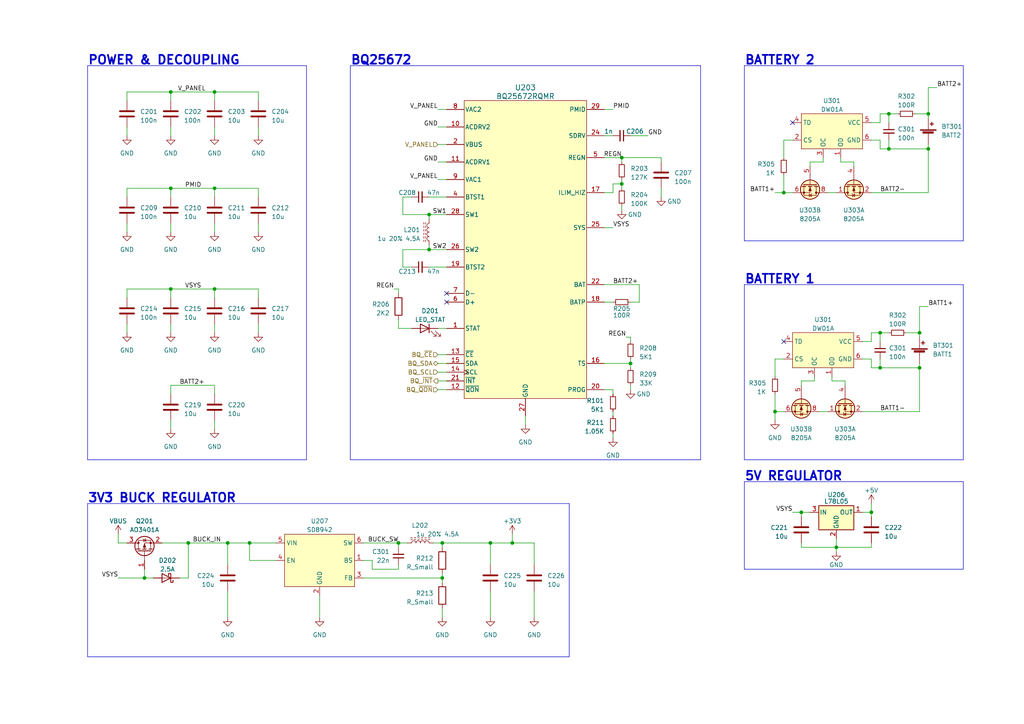
<source format=kicad_sch>
(kicad_sch (version 20230121) (generator eeschema)
  (paper "A4")
  (title_block (title "IoT_AgriFarm") (date "2023-07-04") (rev "1.0") (company "sudo-junkie"))
  (lib_symbols
    (symbol "8205A_1" (pin_names hide)
      (property "Reference" "U" (at 0 0 0))
      (property "Value" "8205A" (at 0 0 0))
      (symbol "8205A_1_1_1"
        (pin passive line (at 0 5.08 270) (length 2.54) (name "D1") (number "1"))
        (pin passive line (at 0 -5.08 90) (length 2.54) (name "S1") (number "2"))
        (pin passive line (at 0 -5.08 90) (length 2.54) hide (name "S1") (number "3"))
        (pin input line (at -7.62 0 0) (length 2.54) (name "G1") (number "4"))
      )
      (symbol "8205A_1_2_1"
        (pin input line (at -7.62 0 0) (length 2.54) (name "G2") (number "5"))
        (pin passive line (at 0 -5.08 90) (length 2.54) (name "S2") (number "6"))
        (pin passive line (at 0 -5.08 90) (length 2.54) hide (name "S2") (number "7"))
        (pin passive line (at 0 5.08 270) (length 2.54) (name "D2") (number "8"))
      )
    )
    (symbol "Device:Battery_Cell" (pin_numbers hide) (pin_names (offset 0) hide)
      (property "Reference" "BT" (at 2.54 2.54 0))
      (property "Value" "Battery_Cell" (at 2.54 0 0))
      (symbol "Battery_Cell_1_1"
        (pin passive line (at 0 5.08 270) (length 2.54) (name "+") (number "1"))
        (pin passive line (at 0 -2.54 90) (length 2.54) (name "-") (number "2"))
      )
    )
    (symbol "Device:C" (pin_numbers hide) (pin_names (offset 0.254))
      (property "Reference" "C" (at 0.635 2.54 0))
      (property "Value" "C" (at 0.635 -2.54 0))
      (symbol "C_1_1"
        (pin passive line (at 0 3.81 270) (length 2.794) (name "~") (number "1"))
        (pin passive line (at 0 -3.81 90) (length 2.794) (name "~") (number "2"))
      )
    )
    (symbol "Device:C_Small" (pin_numbers hide) (pin_names (offset 0.254) hide)
      (property "Reference" "C" (at 0.254 1.778 0))
      (property "Value" "C_Small" (at 0.254 -2.032 0))
      (symbol "C_Small_1_1"
        (pin passive line (at 0 2.54 270) (length 2.032) (name "~") (number "1"))
        (pin passive line (at 0 -2.54 90) (length 2.032) (name "~") (number "2"))
      )
    )
    (symbol "Device:D_Schottky" (pin_numbers hide) (pin_names (offset 1.016) hide)
      (property "Reference" "D" (at 0 2.54 0))
      (property "Value" "D_Schottky" (at 0 -2.54 0))
      (symbol "D_Schottky_1_1"
        (pin passive line (at -3.81 0 0) (length 2.54) (name "K") (number "1"))
        (pin passive line (at 3.81 0 180) (length 2.54) (name "A") (number "2"))
      )
    )
    (symbol "Device:LED" (pin_numbers hide) (pin_names (offset 1.016) hide)
      (property "Reference" "D" (at 0 2.54 0))
      (property "Value" "LED" (at 0 -2.54 0))
      (symbol "LED_1_1"
        (pin passive line (at -3.81 0 0) (length 2.54) (name "K") (number "1"))
        (pin passive line (at 3.81 0 180) (length 2.54) (name "A") (number "2"))
      )
    )
    (symbol "Device:L_Ferrite" (pin_numbers hide) (pin_names (offset 1.016) hide)
      (property "Reference" "L" (at -1.27 0 90))
      (property "Value" "L_Ferrite" (at 2.794 0 90))
      (symbol "L_Ferrite_1_1"
        (pin passive line (at 0 3.81 270) (length 1.27) (name "1") (number "1"))
        (pin passive line (at 0 -3.81 90) (length 1.27) (name "2") (number "2"))
      )
    )
    (symbol "Device:R" (pin_numbers hide) (pin_names (offset 0))
      (property "Reference" "R" (at 2.032 0 90))
      (property "Value" "R" (at 0 0 90))
      (symbol "R_1_1"
        (pin passive line (at 0 3.81 270) (length 1.27) (name "~") (number "1"))
        (pin passive line (at 0 -3.81 90) (length 1.27) (name "~") (number "2"))
      )
    )
    (symbol "Device:R_Small" (pin_numbers hide) (pin_names (offset 0.254) hide)
      (property "Reference" "R" (at 0.762 0.508 0))
      (property "Value" "R_Small" (at 0.762 -1.016 0))
      (symbol "R_Small_1_1"
        (pin passive line (at 0 2.54 270) (length 0.762) (name "~") (number "1"))
        (pin passive line (at 0 -2.54 90) (length 0.762) (name "~") (number "2"))
      )
    )
    (symbol "My_Battery_Management:DW01A"
      (property "Reference" "U" (at 6.35 6.35 0))
      (property "Value" "DW01A" (at 8.89 -6.35 0))
      (symbol "DW01A_1_1"
        (pin passive line (at -2.54 -7.62 90) (length 2.54) (name "OD") (number "1"))
        (pin passive line (at 11.43 -2.54 180) (length 2.54) (name "CS") (number "2"))
        (pin passive line (at 2.54 -7.62 90) (length 2.54) (name "OC") (number "3"))
        (pin passive line (at 11.43 2.54 180) (length 2.54) (name "TD") (number "4"))
        (pin passive line (at -11.43 2.54 0) (length 2.54) (name "VCC") (number "5"))
        (pin passive line (at -11.43 -2.54 0) (length 2.54) (name "GND") (number "6"))
      )
    )
    (symbol "My_Regulator_Switching:BQ25672RQMR" (pin_names (offset 0.254))
      (property "Reference" "U" (at 0 46.99 0))
      (property "Value" "BQ25672RQMR" (at 8.89 -44.45 0))
      (symbol "BQ25672RQMR_0_1"
        (pin output line (at -22.86 -22.86 0) (length 5.08) (name "STAT") (number "1"))
        (pin output line (at -22.86 35.56 0) (length 5.08) (name "ACDRV2") (number "10"))
        (pin output line (at -22.86 25.4 0) (length 5.08) (name "ACDRV1") (number "11"))
        (pin input line (at -22.86 -40.64 0) (length 5.08) (name "~{QON}") (number "12"))
        (pin input line (at -22.86 -30.48 0) (length 5.08) (name "~{CE}") (number "13"))
        (pin input clock (at -22.86 -35.56 0) (length 5.08) (name "SCL") (number "14"))
        (pin bidirectional line (at -22.86 -33.02 0) (length 5.08) (name "SDA") (number "15"))
        (pin input line (at 22.86 -33.02 180) (length 5.08) (name "TS") (number "16"))
        (pin input line (at 22.86 16.51 180) (length 5.08) (name "ILIM_HIZ") (number "17"))
        (pin passive line (at 22.86 -15.24 180) (length 5.08) (name "BATP") (number "18"))
        (pin passive line (at -22.86 -5.08 0) (length 5.08) (name "BTST2") (number "19"))
        (pin power_in line (at -22.86 30.48 0) (length 5.08) (name "VBUS") (number "2"))
        (pin input line (at 22.86 -40.64 180) (length 5.08) (name "PROG") (number "20"))
        (pin open_collector line (at -22.86 -38.1 0) (length 5.08) (name "~{INT}") (number "21"))
        (pin passive line (at 22.86 -10.16 180) (length 5.08) (name "BAT") (number "22"))
        (pin passive line (at 22.86 -10.16 180) (length 5.08) hide (name "BAT") (number "23"))
        (pin output line (at 22.86 33.02 180) (length 5.08) (name "SDRV") (number "24"))
        (pin power_out line (at 22.86 6.35 180) (length 5.08) (name "SYS") (number "25"))
        (pin passive line (at -22.86 0 0) (length 5.08) (name "SW2") (number "26"))
        (pin passive line (at 0 -48.26 90) (length 5.08) (name "GND") (number "27"))
        (pin passive line (at -22.86 10.16 0) (length 5.08) (name "SW1") (number "28"))
        (pin passive line (at 22.86 40.64 180) (length 5.08) (name "PMID") (number "29"))
        (pin passive line (at -22.86 30.48 0) (length 5.08) hide (name "VBUS") (number "3"))
        (pin passive line (at -22.86 15.24 0) (length 5.08) (name "BTST1") (number "4"))
        (pin power_out line (at 22.86 26.67 180) (length 5.08) (name "REGN") (number "5"))
        (pin bidirectional line (at -22.86 -15.24 0) (length 5.08) (name "D+") (number "6"))
        (pin bidirectional line (at -22.86 -12.7 0) (length 5.08) (name "D-") (number "7"))
        (pin input line (at -22.86 40.64 0) (length 5.08) (name "VAC2") (number "8"))
        (pin input line (at -22.86 20.32 0) (length 5.08) (name "VAC1") (number "9"))
      )
    )
    (symbol "My_Regulator_Switching:SD8942"
      (property "Reference" "U" (at 3.81 8.89 0))
      (property "Value" "SD8942" (at 6.35 -8.89 0))
      (symbol "SD8942_1_1"
        (pin output line (at 12.7 0 180) (length 2.54) (name "BS") (number "1"))
        (pin passive line (at 0 -10.16 90) (length 2.54) (name "GND") (number "2"))
        (pin input line (at 12.7 -5.08 180) (length 2.54) (name "FB") (number "3"))
        (pin input line (at -12.7 0 0) (length 2.54) (name "EN") (number "4"))
        (pin power_in line (at -12.7 5.08 0) (length 2.54) (name "VIN") (number "5"))
        (pin power_out line (at 12.7 5.08 180) (length 2.54) (name "SW") (number "6"))
      )
    )
    (symbol "My_Transistor_FET:8205A" (pin_names hide)
      (property "Reference" "U" (at 0 0 0))
      (property "Value" "8205A" (at 0 0 0))
      (symbol "8205A_1_1"
        (pin passive line (at 0 5.08 270) (length 2.54) (name "D1") (number "1"))
        (pin passive line (at 0 -5.08 90) (length 2.54) (name "S1") (number "2"))
        (pin passive line (at 0 -5.08 90) (length 2.54) hide (name "S1") (number "3"))
        (pin input line (at -7.62 0 0) (length 2.54) (name "G1") (number "4"))
      )
      (symbol "8205A_2_1"
        (pin input line (at -7.62 0 0) (length 2.54) (name "G2") (number "5"))
        (pin passive line (at 0 -5.08 90) (length 2.54) (name "S2") (number "6"))
        (pin passive line (at 0 -5.08 90) (length 2.54) hide (name "S2") (number "7"))
        (pin passive line (at 0 5.08 270) (length 2.54) (name "D2") (number "8"))
      )
    )
    (symbol "Regulator_Linear:L78L05_SOT89" (pin_names (offset 0.254))
      (property "Reference" "U" (at -3.81 3.175 0))
      (property "Value" "L78L05_SOT89" (at -0.635 3.175 0))
      (symbol "L78L05_SOT89_1_1"
        (pin power_out line (at 7.62 0 180) (length 2.54) (name "OUT") (number "1"))
        (pin power_in line (at 0 -7.62 90) (length 2.54) (name "GND") (number "2"))
        (pin power_in line (at -7.62 0 0) (length 2.54) (name "IN") (number "3"))
      )
    )
    (symbol "Transistor_FET:AO3401A" (pin_names hide)
      (property "Reference" "Q" (at 5.08 1.905 0))
      (property "Value" "AO3401A" (at 5.08 0 0))
      (symbol "AO3401A_1_1"
        (pin input line (at -5.08 0 0) (length 2.54) (name "G") (number "1"))
        (pin passive line (at 2.54 -5.08 90) (length 2.54) (name "S") (number "2"))
        (pin passive line (at 2.54 5.08 270) (length 2.54) (name "D") (number "3"))
      )
    )
    (symbol "power:+3V3" (power) (pin_names (offset 0))
      (property "Value" "+3V3" (at 0 3.556 0))
      (symbol "+3V3_1_1"
        (pin power_in line (at 0 0 90) (length 0) hide (name "+3V3") (number "1"))
      )
    )
    (symbol "power:+5V" (power) (pin_names (offset 0))
      (property "Value" "+5V" (at 0 3.556 0))
      (symbol "+5V_1_1"
        (pin power_in line (at 0 0 90) (length 0) hide (name "+5V") (number "1"))
      )
    )
    (symbol "power:GND" (power) (pin_names (offset 0))
      (property "Value" "GND" (at 0 -3.81 0))
      (symbol "GND_1_1"
        (pin power_in line (at 0 0 270) (length 0) hide (name "GND") (number "1"))
      )
    )
    (symbol "power:VBUS" (power) (pin_names (offset 0))
      (property "Value" "VBUS" (at 0 3.81 0))
      (symbol "VBUS_1_1"
        (pin power_in line (at 0 0 90) (length 0) hide (name "VBUS") (number "1"))
      )
    )
  )
  (junction (at 128.27 157.48))
  (junction (at 128.27 167.64))
  (junction (at 182.88 105.41))
  (junction (at 72.39 157.48))
  (junction (at 49.53 26.67))
  (junction (at 62.23 26.67))
  (junction (at 242.57 158.75))
  (junction (at 49.53 83.82))
  (junction (at 227.33 55.88))
  (junction (at 232.41 148.59))
  (junction (at 49.53 54.61))
  (junction (at 115.57 157.48))
  (junction (at 148.59 157.48))
  (junction (at 257.81 43.18))
  (junction (at 224.79 119.38))
  (junction (at 266.7 96.52))
  (junction (at 54.61 157.48))
  (junction (at 269.24 33.02))
  (junction (at 66.04 157.48))
  (junction (at 180.34 53.34))
  (junction (at 62.23 83.82))
  (junction (at 255.27 106.68))
  (junction (at 255.27 96.52))
  (junction (at 142.24 157.48))
  (junction (at 252.73 148.59))
  (junction (at 257.81 33.02))
  (junction (at 269.24 43.18))
  (junction (at 180.34 45.72))
  (junction (at 124.46 62.23))
  (junction (at 266.7 106.68))
  (junction (at 41.91 167.64))
  (junction (at 62.23 54.61))
  (junction (at 124.46 72.39))
  (no_connect (at 129.54 87.63))
  (no_connect (at 129.54 85.09))
  (no_connect (at 229.87 35.56))
  (no_connect (at 227.33 99.06))
  (polyline (pts (xy 215.9 19.05) (xy 279.4 19.05)))
  (wire (pts (xy 127 105.41) (xy 129.54 105.41)))
  (wire (pts (xy 269.24 41.91) (xy 269.24 43.18)))
  (wire (pts (xy 257.81 33.02) (xy 255.27 33.02)))
  (wire (pts (xy 266.7 106.68) (xy 255.27 106.68)))
  (wire (pts (xy 62.23 93.98) (xy 62.23 96.52)))
  (wire (pts (xy 175.26 113.03) (xy 177.8 113.03)))
  (wire (pts (xy 72.39 157.48) (xy 80.01 157.48)))
  (wire (pts (xy 180.34 53.34) (xy 180.34 52.07)))
  (wire (pts (xy 116.84 62.23) (xy 124.46 62.23)))
  (wire (pts (xy 180.34 59.69) (xy 180.34 60.96)))
  (wire (pts (xy 241.3 110.49) (xy 245.11 110.49)))
  (wire (pts (xy 175.26 45.72) (xy 180.34 45.72)))
  (wire (pts (xy 49.53 93.98) (xy 49.53 96.52)))
  (wire (pts (xy 175.26 82.55) (xy 185.42 82.55)))
  (wire (pts (xy 238.76 45.72) (xy 238.76 46.99)))
  (wire (pts (xy 128.27 167.64) (xy 128.27 168.91)))
  (wire (pts (xy 257.81 96.52) (xy 255.27 96.52)))
  (wire (pts (xy 243.84 45.72) (xy 243.84 46.99)))
  (wire (pts (xy 255.27 40.64) (xy 252.73 40.64)))
  (wire (pts (xy 116.84 72.39) (xy 124.46 72.39)))
  (wire (pts (xy 142.24 157.48) (xy 142.24 163.83)))
  (wire (pts (xy 255.27 96.52) (xy 255.27 99.06)))
  (wire (pts (xy 152.4 120.65) (xy 152.4 123.19)))
  (wire (pts (xy 41.91 167.64) (xy 44.45 167.64)))
  (wire (pts (xy 191.77 45.72) (xy 191.77 46.99)))
  (wire (pts (xy 224.79 119.38) (xy 224.79 121.92)))
  (wire (pts (xy 49.53 54.61) (xy 62.23 54.61)))
  (wire (pts (xy 74.93 54.61) (xy 74.93 57.15)))
  (wire (pts (xy 36.83 26.67) (xy 36.83 29.21)))
  (wire (pts (xy 115.57 95.25) (xy 119.38 95.25)))
  (wire (pts (xy 269.24 55.88) (xy 252.73 55.88)))
  (wire (pts (xy 107.95 165.1) (xy 115.57 165.1)))
  (wire (pts (xy 49.53 36.83) (xy 49.53 39.37)))
  (wire (pts (xy 180.34 53.34) (xy 180.34 54.61)))
  (wire (pts (xy 241.3 109.22) (xy 241.3 110.49)))
  (polyline (pts (xy 165.1 146.05) (xy 165.1 190.5)))
  (wire (pts (xy 227.33 50.8) (xy 227.33 55.88)))
  (wire (pts (xy 49.53 26.67) (xy 49.53 29.21)))
  (wire (pts (xy 247.65 46.99) (xy 247.65 48.26)))
  (wire (pts (xy 227.33 40.64) (xy 227.33 45.72)))
  (wire (pts (xy 124.46 63.5) (xy 124.46 62.23)))
  (wire (pts (xy 185.42 87.63) (xy 185.42 82.55)))
  (polyline (pts (xy 279.4 69.85) (xy 215.9 69.85)))
  (wire (pts (xy 114.3 83.82) (xy 115.57 83.82)))
  (wire (pts (xy 175.26 87.63) (xy 177.8 87.63)))
  (wire (pts (xy 62.23 111.76) (xy 62.23 114.3)))
  (wire (pts (xy 154.94 157.48) (xy 154.94 163.83)))
  (wire (pts (xy 252.73 157.48) (xy 252.73 158.75)))
  (wire (pts (xy 54.61 167.64) (xy 52.07 167.64)))
  (wire (pts (xy 240.03 119.38) (xy 237.49 119.38)))
  (wire (pts (xy 255.27 43.18) (xy 255.27 40.64)))
  (polyline (pts (xy 215.9 69.85) (xy 215.9 19.05)))
  (wire (pts (xy 49.53 111.76) (xy 49.53 114.3)))
  (wire (pts (xy 116.84 77.47) (xy 116.84 72.39)))
  (polyline (pts (xy 279.4 139.7) (xy 279.4 165.1)))
  (wire (pts (xy 92.71 172.72) (xy 92.71 179.07)))
  (wire (pts (xy 182.88 105.41) (xy 182.88 106.68)))
  (wire (pts (xy 148.59 154.94) (xy 148.59 157.48)))
  (wire (pts (xy 116.84 57.15) (xy 116.84 62.23)))
  (polyline (pts (xy 279.4 133.35) (xy 215.9 133.35)))
  (wire (pts (xy 250.19 99.06) (xy 252.73 99.06)))
  (wire (pts (xy 266.7 105.41) (xy 266.7 106.68)))
  (wire (pts (xy 252.73 148.59) (xy 252.73 149.86)))
  (wire (pts (xy 252.73 104.14) (xy 250.19 104.14)))
  (wire (pts (xy 105.41 162.56) (xy 107.95 162.56)))
  (wire (pts (xy 119.38 57.15) (xy 116.84 57.15)))
  (wire (pts (xy 74.93 64.77) (xy 74.93 67.31)))
  (wire (pts (xy 191.77 54.61) (xy 191.77 57.15)))
  (polyline (pts (xy 165.1 190.5) (xy 25.4 190.5)))
  (wire (pts (xy 238.76 46.99) (xy 234.95 46.99)))
  (wire (pts (xy 105.41 167.64) (xy 128.27 167.64)))
  (wire (pts (xy 115.57 83.82) (xy 115.57 85.09)))
  (wire (pts (xy 257.81 33.02) (xy 257.81 35.56)))
  (wire (pts (xy 127 36.83) (xy 129.54 36.83)))
  (wire (pts (xy 127 102.87) (xy 129.54 102.87)))
  (wire (pts (xy 62.23 36.83) (xy 62.23 39.37)))
  (wire (pts (xy 66.04 171.45) (xy 66.04 179.07)))
  (wire (pts (xy 62.23 54.61) (xy 62.23 57.15)))
  (wire (pts (xy 255.27 104.14) (xy 255.27 106.68)))
  (wire (pts (xy 266.7 106.68) (xy 266.7 119.38)))
  (wire (pts (xy 177.8 53.34) (xy 180.34 53.34)))
  (wire (pts (xy 124.46 72.39) (xy 129.54 72.39)))
  (wire (pts (xy 177.8 125.73) (xy 177.8 127)))
  (wire (pts (xy 266.7 88.9) (xy 266.7 96.52)))
  (wire (pts (xy 142.24 157.48) (xy 128.27 157.48)))
  (wire (pts (xy 257.81 43.18) (xy 255.27 43.18)))
  (wire (pts (xy 62.23 83.82) (xy 74.93 83.82)))
  (wire (pts (xy 232.41 148.59) (xy 232.41 149.86)))
  (wire (pts (xy 127 113.03) (xy 129.54 113.03)))
  (wire (pts (xy 180.34 45.72) (xy 180.34 46.99)))
  (wire (pts (xy 257.81 40.64) (xy 257.81 43.18)))
  (wire (pts (xy 227.33 55.88) (xy 229.87 55.88)))
  (wire (pts (xy 124.46 57.15) (xy 129.54 57.15)))
  (wire (pts (xy 252.73 106.68) (xy 252.73 104.14)))
  (wire (pts (xy 229.87 148.59) (xy 232.41 148.59)))
  (wire (pts (xy 62.23 64.77) (xy 62.23 67.31)))
  (wire (pts (xy 177.8 113.03) (xy 177.8 114.3)))
  (wire (pts (xy 224.79 119.38) (xy 227.33 119.38)))
  (wire (pts (xy 36.83 36.83) (xy 36.83 39.37)))
  (wire (pts (xy 49.53 26.67) (xy 62.23 26.67)))
  (wire (pts (xy 236.22 110.49) (xy 232.41 110.49)))
  (wire (pts (xy 232.41 148.59) (xy 234.95 148.59)))
  (wire (pts (xy 224.79 114.3) (xy 224.79 119.38)))
  (wire (pts (xy 36.83 83.82) (xy 49.53 83.82)))
  (wire (pts (xy 182.88 105.41) (xy 182.88 104.14)))
  (wire (pts (xy 124.46 72.39) (xy 124.46 71.12)))
  (polyline (pts (xy 203.2 133.35) (xy 101.6 133.35)))
  (wire (pts (xy 36.83 93.98) (xy 36.83 96.52)))
  (wire (pts (xy 62.23 54.61) (xy 74.93 54.61)))
  (wire (pts (xy 62.23 83.82) (xy 62.23 86.36)))
  (wire (pts (xy 127 110.49) (xy 129.54 110.49)))
  (wire (pts (xy 182.88 39.37) (xy 187.96 39.37)))
  (wire (pts (xy 41.91 165.1) (xy 41.91 167.64)))
  (wire (pts (xy 255.27 96.52) (xy 252.73 96.52)))
  (wire (pts (xy 127 46.99) (xy 129.54 46.99)))
  (wire (pts (xy 266.7 96.52) (xy 262.89 96.52)))
  (polyline (pts (xy 101.6 133.35) (xy 101.6 19.05)))
  (wire (pts (xy 34.29 157.48) (xy 36.83 157.48)))
  (wire (pts (xy 255.27 35.56) (xy 255.27 33.02)))
  (wire (pts (xy 182.88 87.63) (xy 185.42 87.63)))
  (wire (pts (xy 124.46 77.47) (xy 129.54 77.47)))
  (wire (pts (xy 255.27 106.68) (xy 252.73 106.68)))
  (wire (pts (xy 128.27 158.75) (xy 128.27 157.48)))
  (polyline (pts (xy 88.9 19.05) (xy 88.9 133.35)))
  (wire (pts (xy 66.04 157.48) (xy 72.39 157.48)))
  (polyline (pts (xy 279.4 165.1) (xy 215.9 165.1)))
  (wire (pts (xy 49.53 54.61) (xy 49.53 57.15)))
  (wire (pts (xy 74.93 26.67) (xy 74.93 29.21)))
  (wire (pts (xy 36.83 64.77) (xy 36.83 67.31)))
  (wire (pts (xy 242.57 156.21) (xy 242.57 158.75)))
  (polyline (pts (xy 25.4 146.05) (xy 165.1 146.05)))
  (wire (pts (xy 266.7 88.9) (xy 269.24 88.9)))
  (wire (pts (xy 175.26 31.75) (xy 177.8 31.75)))
  (wire (pts (xy 252.73 35.56) (xy 255.27 35.56)))
  (wire (pts (xy 54.61 157.48) (xy 54.61 167.64)))
  (polyline (pts (xy 203.2 19.05) (xy 203.2 133.35)))
  (wire (pts (xy 154.94 171.45) (xy 154.94 179.07)))
  (polyline (pts (xy 88.9 133.35) (xy 25.4 133.35)))
  (wire (pts (xy 46.99 157.48) (xy 54.61 157.48)))
  (wire (pts (xy 252.73 146.05) (xy 252.73 148.59)))
  (polyline (pts (xy 215.9 139.7) (xy 215.9 165.1)))
  (wire (pts (xy 269.24 43.18) (xy 257.81 43.18)))
  (wire (pts (xy 36.83 54.61) (xy 49.53 54.61)))
  (wire (pts (xy 74.93 83.82) (xy 74.93 86.36)))
  (polyline (pts (xy 279.4 82.55) (xy 279.4 133.35)))
  (wire (pts (xy 242.57 55.88) (xy 240.03 55.88)))
  (wire (pts (xy 269.24 33.02) (xy 265.43 33.02)))
  (wire (pts (xy 252.73 148.59) (xy 250.19 148.59)))
  (wire (pts (xy 49.53 64.77) (xy 49.53 67.31)))
  (wire (pts (xy 127 41.91) (xy 129.54 41.91)))
  (wire (pts (xy 232.41 157.48) (xy 232.41 158.75)))
  (wire (pts (xy 181.61 97.79) (xy 182.88 97.79)))
  (wire (pts (xy 269.24 43.18) (xy 269.24 55.88)))
  (wire (pts (xy 36.83 54.61) (xy 36.83 57.15)))
  (wire (pts (xy 66.04 157.48) (xy 66.04 163.83)))
  (wire (pts (xy 49.53 83.82) (xy 62.23 83.82)))
  (wire (pts (xy 49.53 83.82) (xy 49.53 86.36)))
  (wire (pts (xy 115.57 92.71) (xy 115.57 95.25)))
  (wire (pts (xy 175.26 66.04) (xy 177.8 66.04)))
  (wire (pts (xy 127 31.75) (xy 129.54 31.75)))
  (wire (pts (xy 62.23 121.92) (xy 62.23 124.46)))
  (wire (pts (xy 175.26 39.37) (xy 177.8 39.37)))
  (wire (pts (xy 124.46 62.23) (xy 129.54 62.23)))
  (wire (pts (xy 177.8 119.38) (xy 177.8 120.65)))
  (wire (pts (xy 232.41 110.49) (xy 232.41 111.76)))
  (wire (pts (xy 128.27 167.64) (xy 128.27 166.37)))
  (wire (pts (xy 34.29 154.94) (xy 34.29 157.48)))
  (wire (pts (xy 128.27 157.48) (xy 125.73 157.48)))
  (polyline (pts (xy 25.4 133.35) (xy 25.4 19.05)))
  (wire (pts (xy 180.34 45.72) (xy 191.77 45.72)))
  (wire (pts (xy 224.79 104.14) (xy 224.79 109.22)))
  (wire (pts (xy 72.39 162.56) (xy 72.39 157.48)))
  (wire (pts (xy 127 95.25) (xy 129.54 95.25)))
  (wire (pts (xy 142.24 171.45) (xy 142.24 179.07)))
  (wire (pts (xy 245.11 110.49) (xy 245.11 111.76)))
  (wire (pts (xy 224.79 55.88) (xy 227.33 55.88)))
  (wire (pts (xy 127 107.95) (xy 129.54 107.95)))
  (polyline (pts (xy 279.4 19.05) (xy 279.4 69.85)))
  (wire (pts (xy 118.11 157.48) (xy 115.57 157.48)))
  (wire (pts (xy 116.84 77.47) (xy 119.38 77.47)))
  (wire (pts (xy 62.23 26.67) (xy 74.93 26.67)))
  (wire (pts (xy 182.88 97.79) (xy 182.88 99.06)))
  (wire (pts (xy 54.61 157.48) (xy 66.04 157.48)))
  (wire (pts (xy 236.22 109.22) (xy 236.22 110.49)))
  (wire (pts (xy 74.93 36.83) (xy 74.93 39.37)))
  (polyline (pts (xy 215.9 139.7) (xy 279.4 139.7)))
  (polyline (pts (xy 25.4 19.05) (xy 88.9 19.05)))
  (wire (pts (xy 182.88 111.76) (xy 182.88 113.03)))
  (wire (pts (xy 49.53 121.92) (xy 49.53 124.46)))
  (wire (pts (xy 177.8 53.34) (xy 177.8 55.88)))
  (wire (pts (xy 36.83 83.82) (xy 36.83 86.36)))
  (wire (pts (xy 266.7 119.38) (xy 250.19 119.38)))
  (wire (pts (xy 107.95 162.56) (xy 107.95 165.1)))
  (wire (pts (xy 36.83 26.67) (xy 49.53 26.67)))
  (wire (pts (xy 115.57 165.1) (xy 115.57 163.83)))
  (wire (pts (xy 74.93 93.98) (xy 74.93 96.52)))
  (wire (pts (xy 34.29 167.64) (xy 41.91 167.64)))
  (wire (pts (xy 175.26 105.41) (xy 182.88 105.41)))
  (wire (pts (xy 115.57 158.75) (xy 115.57 157.48)))
  (wire (pts (xy 234.95 46.99) (xy 234.95 48.26)))
  (wire (pts (xy 227.33 104.14) (xy 224.79 104.14)))
  (wire (pts (xy 252.73 158.75) (xy 242.57 158.75)))
  (wire (pts (xy 128.27 176.53) (xy 128.27 179.07)))
  (wire (pts (xy 269.24 25.4) (xy 271.78 25.4)))
  (polyline (pts (xy 215.9 133.35) (xy 215.9 82.55)))
  (wire (pts (xy 148.59 157.48) (xy 154.94 157.48)))
  (wire (pts (xy 49.53 111.76) (xy 62.23 111.76)))
  (polyline (pts (xy 101.6 19.05) (xy 203.2 19.05)))
  (wire (pts (xy 62.23 26.67) (xy 62.23 29.21)))
  (wire (pts (xy 229.87 40.64) (xy 227.33 40.64)))
  (polyline (pts (xy 215.9 82.55) (xy 279.4 82.55)))
  (wire (pts (xy 105.41 157.48) (xy 115.57 157.48)))
  (wire (pts (xy 269.24 34.29) (xy 269.24 33.02)))
  (wire (pts (xy 269.24 25.4) (xy 269.24 33.02)))
  (wire (pts (xy 142.24 157.48) (xy 148.59 157.48)))
  (wire (pts (xy 177.8 55.88) (xy 175.26 55.88)))
  (wire (pts (xy 127 52.07) (xy 129.54 52.07)))
  (wire (pts (xy 72.39 162.56) (xy 80.01 162.56)))
  (polyline (pts (xy 25.4 190.5) (xy 25.4 146.05)))
  (wire (pts (xy 243.84 46.99) (xy 247.65 46.99)))
  (wire (pts (xy 242.57 160.02) (xy 242.57 158.75)))
  (wire (pts (xy 252.73 99.06) (xy 252.73 96.52)))
  (wire (pts (xy 266.7 97.79) (xy 266.7 96.52)))
  (wire (pts (xy 260.35 33.02) (xy 257.81 33.02)))
  (wire (pts (xy 232.41 158.75) (xy 242.57 158.75)))
  (text "3V3 BUCK REGULATOR" (at 25.4 146.05 0) (effects (font (size 2.54 2.54) (thickness 0.508) bold) (justify left bottom)))
  (text "POWER & DECOUPLING" (at 25.4 19.05 0) (effects (font (size 2.54 2.54) (thickness 0.508) bold) (justify left bottom)))
  (text "BATTERY 1" (at 215.9 82.55 0) (effects (font (size 2.54 2.54) (thickness 0.508) bold) (justify left bottom)))
  (text "BATTERY 2" (at 215.9 19.05 0) (effects (font (size 2.54 2.54) (thickness 0.508) bold) (justify left bottom)))
  (text "5V REGULATOR" (at 215.9 139.7 0) (effects (font (size 2.54 2.54) (thickness 0.508) bold) (justify left bottom)))
  (text "BQ25672" (at 101.6 19.05 0) (effects (font (size 2.54 2.54) (thickness 0.508) bold) (justify left bottom)))
  (label "REGN" (at 180.34 45.72 180))
  (label "SW1" (at 129.54 62.23 180))
  (label "BUCK_SW" (at 106.68 157.48 0))
  (label "V_PANEL" (at 127 52.07 180))
  (label "BUCK_IN" (at 55.88 157.48 0))
  (label "V_PANEL" (at 59.69 26.67 180))
  (label "GND" (at 187.96 39.37 0))
  (label "VSYS" (at 229.87 148.59 180))
  (label "VSYS" (at 177.8 66.04 0))
  (label "BATT1+" (at 224.79 55.88 180))
  (label "VSYS" (at 58.42 83.82 180))
  (label "SW2" (at 129.54 72.39 180))
  (label "BATT2-" (at 255.27 55.88 0))
  (label "BATT2+" (at 271.78 25.4 0))
  (label "PMID" (at 177.8 31.75 0))
  (label "GND" (at 127 36.83 180))
  (label "VSYS" (at 34.29 167.64 180))
  (label "REGN" (at 181.61 97.79 180))
  (label "REGN" (at 114.3 83.82 180))
  (label "BATT1-" (at 255.27 119.38 0))
  (label "GND" (at 127 46.99 180))
  (label "V_PANEL" (at 127 31.75 180))
  (label "BATT1+" (at 269.24 88.9 0))
  (label "BATT2+" (at 52.07 111.76 0))
  (label "BATT2+" (at 177.8 82.55 0))
  (label "PMID" (at 58.42 54.61 180))
  (hierarchical_label "BQ_SCL" (shape input) (at 127 107.95 180))
  (hierarchical_label "BQ_SDA" (shape bidirectional) (at 127 105.41 180))
  (hierarchical_label "BQ_~{QON}" (shape input) (at 127 113.03 180))
  (hierarchical_label "BQ_~{INT}" (shape output) (at 127 110.49 180))
  (hierarchical_label "BQ_~{CE}" (shape input) (at 127 102.87 180))
  (hierarchical_label "V_PANEL" (shape input) (at 127 41.91 180))
  (symbol (lib_id "Device:R") (at 115.57 88.9 0) (mirror y) (unit 1)
    (property "Reference" "R206" (at 113.03 88.265 0) (effects (justify left)))
    (property "Value" "2K2" (at 113.03 90.805 0) (effects (justify left)))
    (property "Footprint" "Resistor_SMD:R_0201_0603Metric" (effects hide))
    (property "VENDOR" "LCSC" (effects hide))
    (property "JLCPCB PART#" "C114762" (effects hide))
    (property "MANUFACTURER" "YAGEO" (effects hide))
    (property "MPN" "RC0402FR-072K2L" (effects hide))
    (property "UNIT PRICE" "0.0007" (effects hide))
  )
  (symbol (lib_id "Device:C") (at 252.73 153.67 0) (unit 1)
    (property "Reference" "C222" (at 256.54 153.035 0) (effects (justify left)))
    (property "Value" "10u" (at 256.54 155.575 0) (effects (justify left)))
    (property "Footprint" "Capacitor_SMD:C_0603_1608Metric" (effects hide))
    (property "VENDOR" "LCSC" (effects hide))
    (property "JLCPCB PART#" "C344022" (effects hide))
    (property "MANUFACTURER" "Murata Electronics " (effects hide))
    (property "MPN" "GRM188R61E106KA73D" (effects hide))
    (property "UNIT PRICE" "0.0332" (effects hide))
  )
  (symbol (lib_id "power:GND") (at 74.93 96.52 0) (unit 1)
    (property "Reference" "#PWR0214" (effects hide))
    (property "Value" "GND" (at 74.93 101.6 0))
  )
  (symbol (lib_id "power:GND") (at 74.93 67.31 0) (unit 1)
    (property "Reference" "#PWR0210" (effects hide))
    (property "Value" "GND" (at 74.93 72.39 0))
  )
  (symbol (lib_id "Device:C") (at 49.53 33.02 0) (unit 1)
    (property "Reference" "C202" (at 53.34 32.385 0) (effects (justify left)))
    (property "Value" "100n" (at 53.34 34.925 0) (effects (justify left)))
    (property "Footprint" "Capacitor_SMD:C_0201_0603Metric" (effects hide))
    (property "VENDOR" "LCSC" (effects hide))
    (property "JLCPCB PART#" "C307380" (effects hide))
    (property "MANUFACTURER" "Samsung Electro-Mechanics " (effects hide))
    (property "MPN" "CL03A104KO3NNNC" (effects hide))
    (property "UNIT PRICE" "0.0017" (effects hide))
  )
  (symbol (lib_id "power:GND") (at 224.79 121.92 0) (unit 1)
    (property "Reference" "#PWR0302" (effects hide))
    (property "Value" "GND" (at 224.79 127 0))
    (instances (project "Controller" (path "" (reference "#PWR0302") (unit 1))) (project "IoT_Agrifarm" (path "" (reference "#PWR0216") (unit 1))))
  )
  (symbol (lib_id "Device:D_Schottky") (at 48.26 167.64 180) (unit 1)
    (property "Reference" "D202" (at 48.5775 162.56 0))
    (property "Value" "2.5A" (at 48.5775 165.1 0))
    (property "Footprint" "Diode_SMD:D_SOD-323F" (effects hide))
    (property "UNIT PRICE" "0.1365" (effects hide))
    (property "VENDOR" "LCSC" (effects hide))
    (property "MANUFACTURER" "Nexperia" (effects hide))
    (property "MPN" "PMEG2020EJ,115" (effects hide))
    (property "JLCPCB PART#" "C841776" (effects hide))
    (instances (project "IoT_Agrifarm" (path "" (reference "D202") (unit 1))) (project "FishTail_v5" (path "" (reference "D301") (unit 1))))
  )
  (symbol (lib_id "Device:C_Small") (at 121.92 77.47 90) (mirror x) (unit 1)
    (property "Reference" "C213" (at 118.11 78.74 90))
    (property "Value" "47n" (at 125.73 78.74 90))
    (property "Footprint" "Capacitor_SMD:C_0201_0603Metric" (effects hide))
    (property "VENDOR" "LCSC" (effects hide))
    (property "JLCPCB PART#" "C2930549" (effects hide))
    (property "MANUFACTURER" "YAGEO " (effects hide))
    (property "MPN" "CC0201KRX5R8BB473" (effects hide))
    (property "UNIT PRICE" "0.0015" (effects hide))
  )
  (symbol (lib_id "power:GND") (at 49.53 67.31 0) (unit 1)
    (property "Reference" "#PWR0208" (effects hide))
    (property "Value" "GND" (at 49.53 72.39 0))
  )
  (symbol (lib_id "Device:Battery_Cell") (at 269.24 39.37 0) (unit 1)
    (property "Reference" "BT301" (at 273.05 36.703 0) (effects (justify left)))
    (property "Value" "BATT2" (at 273.05 39.243 0) (effects (justify left)))
    (property "Footprint" "Connector_JST:JST_XH_B2B-XH-A_1x02_P2.50mm_Vertical" (effects hide))
    (property "JLCPCB PART#" "C158012" (effects hide))
    (property "MANUFACTURER" "JST Sales America " (effects hide))
    (property "MPN" "B2B-XH-A(LF)(SN)" (effects hide))
    (property "UNIT PRICE" "0.0328" (effects hide))
    (property "VENDOR" "LCSC" (effects hide))
    (instances (project "Controller" (path "" (reference "BT301") (unit 1))) (project "IoT_Agrifarm" (path "" (reference "BT201") (unit 1))))
  )
  (symbol (lib_id "power:GND") (at 62.23 96.52 0) (unit 1)
    (property "Reference" "#PWR0213" (effects hide))
    (property "Value" "GND" (at 62.23 101.6 0))
  )
  (symbol (lib_id "My_Battery_Management:DW01A") (at 238.76 101.6 0) (mirror y) (unit 1)
    (property "Reference" "U301" (at 238.76 92.71 0))
    (property "Value" "DW01A" (at 238.76 95.25 0))
    (property "Footprint" "Package_TO_SOT_SMD:SOT-23-6" (effects hide))
    (property "VENDOR" "LCSC" (effects hide))
    (property "JLCPCB PART#" "C61503" (effects hide))
    (property "MANUFACTURER" "Fortune Semicon" (effects hide))
    (property "MPN" "DW01A-G" (effects hide))
    (property "UNIT PRICE" "0.1353" (effects hide))
    (instances (project "Controller" (path "" (reference "U301") (unit 1))) (project "IoT_Agrifarm" (path "" (reference "U204") (unit 1))))
  )
  (symbol (lib_id "power:GND") (at 182.88 113.03 0) (unit 1)
    (property "Reference" "#PWR0215" (effects hide))
    (property "Value" "GND" (at 186.69 114.3 0))
  )
  (symbol (lib_id "Device:C") (at 62.23 33.02 0) (unit 1)
    (property "Reference" "C203" (at 66.04 32.385 0) (effects (justify left)))
    (property "Value" "10u" (at 66.04 34.925 0) (effects (justify left)))
    (property "Footprint" "Capacitor_SMD:C_0603_1608Metric" (effects hide))
    (property "VENDOR" "LCSC" (effects hide))
    (property "JLCPCB PART#" "C344022" (effects hide))
    (property "MANUFACTURER" "Murata Electronics " (effects hide))
    (property "MPN" "GRM188R61E106KA73D" (effects hide))
    (property "UNIT PRICE" "0.0332" (effects hide))
  )
  (symbol (lib_id "Device:C_Small") (at 255.27 101.6 0) (mirror y) (unit 1)
    (property "Reference" "C301" (at 257.81 100.9713 0) (effects (justify right)))
    (property "Value" "100n" (at 257.81 103.5113 0) (effects (justify right)))
    (property "Footprint" "Capacitor_SMD:C_0201_0603Metric" (effects hide))
    (property "VENDOR" "LCSC" (effects hide))
    (property "JLCPCB PART#" "C307380" (effects hide))
    (property "MANUFACTURER" "Samsung Electro-Mechanics " (effects hide))
    (property "MPN" "CL03A104KO3NNNC" (effects hide))
    (property "UNIT PRICE" "0.0017" (effects hide))
    (instances (project "Controller" (path "" (reference "C301") (unit 1))) (project "IoT_Agrifarm" (path "" (reference "C218") (unit 1))))
  )
  (symbol (lib_id "power:+5V") (at 252.73 146.05 0) (unit 1)
    (property "Reference" "#PWR0221" (effects hide))
    (property "Value" "+5V" (at 252.73 142.24 0))
  )
  (symbol (lib_id "Device:C_Small") (at 121.92 57.15 90) (unit 1)
    (property "Reference" "C208" (at 118.11 55.88 90))
    (property "Value" "47n" (at 125.73 55.88 90))
    (property "Footprint" "Capacitor_SMD:C_0201_0603Metric" (effects hide))
    (property "VENDOR" "LCSC" (effects hide))
    (property "JLCPCB PART#" "C2930549" (effects hide))
    (property "MANUFACTURER" "YAGEO " (effects hide))
    (property "MPN" "CC0201KRX5R8BB473" (effects hide))
    (property "UNIT PRICE" "0.0015" (effects hide))
  )
  (symbol (lib_id "power:VBUS") (at 34.29 154.94 0) (unit 1)
    (property "Reference" "#PWR0223" (effects hide))
    (property "Value" "VBUS" (at 34.29 151.13 0))
  )
  (symbol (lib_id "My_Regulator_Switching:BQ25672RQMR") (at 152.4 72.39 0) (unit 1)
    (property "Reference" "U203" (at 152.4 25.4 0) (effects (font (size 1.524 1.524))))
    (property "Value" "BQ25672RQMR" (at 152.4 27.94 0) (effects (font (size 1.524 1.524))))
    (property "Footprint" "My_Regulator_Switching:RQM0029A-MFG" (effects hide))
    (property "Datasheet" "https://www.ti.com/lit/gpn/bq25672" (effects hide))
    (property "VENDOR" "LCSC" (effects hide))
    (property "JLCPCB PART#" "C3682029" (effects hide))
    (property "MANUFACTURER" "Texas Instruments " (effects hide))
    (property "MPN" "BQ25672RQMR" (effects hide))
    (property "UNIT PRICE" "2.7253" (effects hide))
  )
  (symbol (lib_id "Device:L_Ferrite") (at 121.92 157.48 270) (mirror x) (unit 1)
    (property "Reference" "L202" (at 119.38 152.4 90) (effects (justify left)))
    (property "Value" "1u 20% 4.5A" (at 120.65 154.94 90) (effects (justify left)))
    (property "Footprint" "Inductor_SMD:L_Sunlord_MWSA0412S" (effects hide))
    (property "VENDOR" "LCSC" (effects hide))
    (property "JLCPCB PART#" "C5307582" (effects hide))
    (property "MANUFACTURER" "XR " (effects hide))
    (property "MPN" "XR0412-1R0M" (effects hide))
    (property "UNIT PRICE" "0.2435" (effects hide))
  )
  (symbol (lib_id "Device:R_Small") (at 224.79 111.76 0) (mirror y) (unit 1)
    (property "Reference" "R305" (at 222.25 111.125 0) (effects (justify left)))
    (property "Value" "1K" (at 222.25 113.665 0) (effects (justify left)))
    (property "Footprint" "Resistor_SMD:R_0402_1005Metric" (effects hide))
    (property "VENDOR" "LCSC" (effects hide))
    (property "JLCPCB PART#" "C144789" (effects hide))
    (property "MANUFACTURER" "YAGEO " (effects hide))
    (property "MPN" "AC0402FR-071KL" (effects hide))
    (property "UNIT PRICE" "0.0012" (effects hide))
    (instances (project "Controller" (path "" (reference "R305") (unit 1))) (project "IoT_Agrifarm" (path "" (reference "R210") (unit 1))))
  )
  (symbol (lib_id "Device:Battery_Cell") (at 266.7 102.87 0) (unit 1)
    (property "Reference" "BT301" (at 270.51 100.203 0) (effects (justify left)))
    (property "Value" "BATT1" (at 270.51 102.743 0) (effects (justify left)))
    (property "Footprint" "Connector_JST:JST_XH_B2B-XH-A_1x02_P2.50mm_Vertical" (effects hide))
    (property "JLCPCB PART#" "C158012" (effects hide))
    (property "MANUFACTURER" "JST Sales America " (effects hide))
    (property "MPN" "B2B-XH-A(LF)(SN)" (effects hide))
    (property "UNIT PRICE" "0.0328" (effects hide))
    (property "VENDOR" "LCSC" (effects hide))
    (instances (project "Controller" (path "" (reference "BT301") (unit 1))) (project "IoT_Agrifarm" (path "" (reference "BT202") (unit 1))))
  )
  (symbol (lib_id "Device:C") (at 232.41 153.67 0) (mirror y) (unit 1)
    (property "Reference" "C221" (at 228.6 153.035 0) (effects (justify left)))
    (property "Value" "10u" (at 228.6 155.575 0) (effects (justify left)))
    (property "Footprint" "Capacitor_SMD:C_0603_1608Metric" (effects hide))
    (property "VENDOR" "LCSC" (effects hide))
    (property "JLCPCB PART#" "C344022" (effects hide))
    (property "MANUFACTURER" "Murata Electronics " (effects hide))
    (property "MPN" "GRM188R61E106KA73D" (effects hide))
    (property "UNIT PRICE" "0.0332" (effects hide))
  )
  (symbol (lib_id "Device:R_Small") (at 177.8 116.84 0) (mirror x) (unit 1)
    (property "Reference" "R101" (at 175.26 116.205 0) (effects (justify right)))
    (property "Value" "5K1" (at 175.26 118.745 0) (effects (justify right)))
    (property "Footprint" "Resistor_SMD:R_0402_1005Metric" (effects hide))
    (property "MPN" "AR03BTCX5001" (effects hide))
    (property "MANUFACTURER" "Viking Tech " (effects hide))
    (property "VENDOR" "LCSC" (effects hide))
    (property "JLCPCB PART#" "C2828621" (effects hide))
    (property "UNIT PRICE" "0.0274" (effects hide))
    (instances (project "Controller" (path "" (reference "R101") (unit 1))) (project "IoT_Agrifarm" (path "" (reference "R103") (unit 1)) (path "" (reference "R215") (unit 1))) (project "Atego_Nano" (path "" (reference "R104") (unit 1))))
  )
  (symbol (lib_id "Device:L_Ferrite") (at 124.46 67.31 0) (mirror y) (unit 1)
    (property "Reference" "L201" (at 121.92 66.675 0) (effects (justify left)))
    (property "Value" "1u 20% 4.5A" (at 121.92 69.215 0) (effects (justify left)))
    (property "Footprint" "Inductor_SMD:L_Sunlord_MWSA0412S" (effects hide))
    (property "VENDOR" "LCSC" (effects hide))
    (property "JLCPCB PART#" "C5307582" (effects hide))
    (property "MANUFACTURER" "XR " (effects hide))
    (property "MPN" "XR0412-1R0M" (effects hide))
    (property "UNIT PRICE" "0.2435" (effects hide))
  )
  (symbol (lib_id "Device:C") (at 154.94 167.64 0) (unit 1)
    (property "Reference" "C226" (at 158.75 167.005 0) (effects (justify left)))
    (property "Value" "10u" (at 158.75 169.545 0) (effects (justify left)))
    (property "Footprint" "Capacitor_SMD:C_0603_1608Metric" (effects hide))
    (property "VENDOR" "LCSC" (effects hide))
    (property "JLCPCB PART#" "C344022" (effects hide))
    (property "MANUFACTURER" "Murata Electronics " (effects hide))
    (property "MPN" "GRM188R61E106KA73D" (effects hide))
    (property "UNIT PRICE" "0.0332" (effects hide))
  )
  (symbol (lib_id "My_Battery_Management:DW01A") (at 241.3 38.1 0) (mirror y) (unit 1)
    (property "Reference" "U301" (at 241.3 29.21 0))
    (property "Value" "DW01A" (at 241.3 31.75 0))
    (property "Footprint" "Package_TO_SOT_SMD:SOT-23-6" (effects hide))
    (property "VENDOR" "LCSC" (effects hide))
    (property "JLCPCB PART#" "C61503" (effects hide))
    (property "MANUFACTURER" "Fortune Semicon" (effects hide))
    (property "MPN" "DW01A-G" (effects hide))
    (property "UNIT PRICE" "0.1353" (effects hide))
    (instances (project "Controller" (path "" (reference "U301") (unit 1))) (project "IoT_Agrifarm" (path "" (reference "U201") (unit 1))))
  )
  (symbol (lib_id "Device:C") (at 62.23 90.17 0) (unit 1)
    (property "Reference" "C216" (at 66.04 89.535 0) (effects (justify left)))
    (property "Value" "10u" (at 66.04 92.075 0) (effects (justify left)))
    (property "Footprint" "Capacitor_SMD:C_0603_1608Metric" (effects hide))
    (property "VENDOR" "LCSC" (effects hide))
    (property "JLCPCB PART#" "C344022" (effects hide))
    (property "MANUFACTURER" "Murata Electronics " (effects hide))
    (property "MPN" "GRM188R61E106KA73D" (effects hide))
    (property "UNIT PRICE" "0.0332" (effects hide))
  )
  (symbol (lib_id "power:GND") (at 177.8 127 0) (unit 1)
    (property "Reference" "#PWR0218" (effects hide))
    (property "Value" "GND" (at 177.8 132.08 0))
  )
  (symbol (lib_id "Device:R") (at 128.27 162.56 0) (mirror x) (unit 1)
    (property "Reference" "R212" (at 125.73 161.925 0) (effects (justify right)))
    (property "Value" "R_Small" (at 125.73 164.465 0) (effects (justify right)))
    (property "Footprint" "Resistor_SMD:R_0402_1005Metric" (effects hide))
    (property "VENDOR" "LCSC" (effects hide))
  )
  (symbol (lib_id "power:GND") (at 49.53 124.46 0) (unit 1)
    (property "Reference" "#PWR0219" (effects hide))
    (property "Value" "GND" (at 49.53 129.54 0))
  )
  (symbol (lib_id "Device:C") (at 36.83 33.02 0) (unit 1)
    (property "Reference" "C201" (at 40.64 32.385 0) (effects (justify left)))
    (property "Value" "100n" (at 40.64 34.925 0) (effects (justify left)))
    (property "Footprint" "Capacitor_SMD:C_0201_0603Metric" (effects hide))
    (property "VENDOR" "LCSC" (effects hide))
    (property "JLCPCB PART#" "C307380" (effects hide))
    (property "MANUFACTURER" "Samsung Electro-Mechanics " (effects hide))
    (property "MPN" "CL03A104KO3NNNC" (effects hide))
    (property "UNIT PRICE" "0.0017" (effects hide))
  )
  (symbol (lib_id "power:GND") (at 142.24 179.07 0) (unit 1)
    (property "Reference" "#PWR0228" (effects hide))
    (property "Value" "GND" (at 142.24 184.15 0))
  )
  (symbol (lib_id "power:GND") (at 74.93 39.37 0) (unit 1)
    (property "Reference" "#PWR0204" (effects hide))
    (property "Value" "GND" (at 74.93 44.45 0))
  )
  (symbol (lib_id "Device:R_Small") (at 182.88 109.22 0) (unit 1)
    (property "Reference" "R209" (at 185.42 108.585 0) (effects (justify left)))
    (property "Value" "33K" (at 185.42 111.125 0) (effects (justify left)))
    (property "Footprint" "Resistor_SMD:R_0201_0603Metric" (effects hide))
    (property "VENDOR" "LCSC" (effects hide))
    (property "JLCPCB PART#" "C155694" (effects hide))
    (property "MANUFACTURER" "YAGEO" (effects hide))
    (property "MPN" "RC0201FR-0733KL" (effects hide))
    (property "UNIT PRICE" "0.0009" (effects hide))
  )
  (symbol (lib_id "Device:C") (at 36.83 90.17 0) (unit 1)
    (property "Reference" "C214" (at 40.64 89.535 0) (effects (justify left)))
    (property "Value" "100n" (at 40.64 92.075 0) (effects (justify left)))
    (property "Footprint" "Capacitor_SMD:C_0201_0603Metric" (effects hide))
    (property "VENDOR" "LCSC" (effects hide))
    (property "JLCPCB PART#" "C307380" (effects hide))
    (property "MANUFACTURER" "Samsung Electro-Mechanics " (effects hide))
    (property "MPN" "CL03A104KO3NNNC" (effects hide))
    (property "UNIT PRICE" "0.0017" (effects hide))
  )
  (symbol (lib_id "power:GND") (at 128.27 179.07 0) (unit 1)
    (property "Reference" "#PWR0227" (effects hide))
    (property "Value" "GND" (at 128.27 184.15 0))
  )
  (symbol (lib_id "Device:C") (at 36.83 60.96 0) (unit 1)
    (property "Reference" "C209" (at 40.64 60.325 0) (effects (justify left)))
    (property "Value" "100n" (at 40.64 62.865 0) (effects (justify left)))
    (property "Footprint" "Capacitor_SMD:C_0201_0603Metric" (effects hide))
    (property "VENDOR" "LCSC" (effects hide))
    (property "JLCPCB PART#" "C307380" (effects hide))
    (property "MANUFACTURER" "Samsung Electro-Mechanics " (effects hide))
    (property "MPN" "CL03A104KO3NNNC" (effects hide))
    (property "UNIT PRICE" "0.0017" (effects hide))
  )
  (symbol (lib_id "Regulator_Linear:L78L05_SOT89") (at 242.57 148.59 0) (unit 1)
    (property "Reference" "U206" (at 242.57 143.51 0))
    (property "Value" "L78L05" (at 242.57 145.415 0))
    (property "Footprint" "Package_TO_SOT_SMD:SOT-89-3" (effects hide))
    (property "Datasheet" "http://www.st.com/content/ccc/resource/technical/document/datasheet/15/55/e5/aa/23/5b/43/fd/CD00000446.pdf/files/CD00000446.pdf/jcr:content/translations/en.CD00000446.pdf" (effects hide))
    (property "JLCPCB PART#" "C42738" (effects hide))
    (property "MANUFACTURER" "STMicroelectronics" (effects hide))
    (property "MPN" "L78L05ABUTR" (effects hide))
    (property "UNIT PRICE" "0.1040" (effects hide))
    (property "VENDOR" "LCSC" (effects hide))
  )
  (symbol (lib_id "My_Regulator_Switching:SD8942") (at 92.71 162.56 0) (unit 1)
    (property "Reference" "U207" (at 92.71 151.13 0))
    (property "Value" "SD8942" (at 92.71 153.67 0))
    (property "Footprint" "Package_TO_SOT_SMD:SOT-23-6" (effects hide))
    (property "VENDOR" "LCSC" (effects hide))
    (property "JLCPCB PART#" "C250795" (effects hide))
    (property "MANUFACTURER" "SHOUDING" (effects hide))
    (property "MPN" "SD8942" (effects hide))
    (property "UNIT PRICE" "0.1800" (effects hide))
  )
  (symbol (lib_id "Device:C_Small") (at 180.34 39.37 270) (mirror x) (unit 1)
    (property "Reference" "C206" (at 184.15 38.1 90))
    (property "Value" "1n" (at 176.53 38.1 90))
    (property "Footprint" "Capacitor_SMD:C_0201_0603Metric" (effects hide))
    (property "VENDOR" "LCSC" (effects hide))
    (property "JLCPCB PART#" "C710792" (effects hide))
    (property "MANUFACTURER" "Murata Electronics " (effects hide))
    (property "MPN" "GRM0335C1E102GA01D" (effects hide))
    (property "UNIT PRICE" "0.0007" (effects hide))
  )
  (symbol (lib_id "Device:C_Small") (at 115.57 161.29 0) (mirror x) (unit 1)
    (property "Reference" "C301" (at 113.03 160.02 0) (effects (justify right)))
    (property "Value" "22n" (at 113.03 162.56 0) (effects (justify right)))
    (property "Footprint" "Capacitor_SMD:C_0402_1005Metric" (effects hide))
    (property "VENDOR" "LCSC" (effects hide))
    (property "JLCPCB PART#" "C107019" (effects hide))
    (property "MANUFACTURER" "YAGEO " (effects hide))
    (property "MPN" "CC0402KRX7R8BB223" (effects hide))
    (property "UNIT PRICE" "0.0020" (effects hide))
    (instances (project "Controller" (path "" (reference "C301") (unit 1))) (project "IoT_Agrifarm" (path "" (reference "C223") (unit 1))))
  )
  (symbol (lib_id "Device:C") (at 142.24 167.64 0) (unit 1)
    (property "Reference" "C225" (at 146.05 167.005 0) (effects (justify left)))
    (property "Value" "10u" (at 146.05 169.545 0) (effects (justify left)))
    (property "Footprint" "Capacitor_SMD:C_0603_1608Metric" (effects hide))
    (property "VENDOR" "LCSC" (effects hide))
    (property "JLCPCB PART#" "C344022" (effects hide))
    (property "MANUFACTURER" "Murata Electronics " (effects hide))
    (property "MPN" "GRM188R61E106KA73D" (effects hide))
    (property "UNIT PRICE" "0.0332" (effects hide))
  )
  (symbol (lib_id "power:GND") (at 154.94 179.07 0) (unit 1)
    (property "Reference" "#PWR0229" (effects hide))
    (property "Value" "GND" (at 154.94 184.15 0))
  )
  (symbol (lib_id "power:GND") (at 36.83 96.52 0) (unit 1)
    (property "Reference" "#PWR0211" (effects hide))
    (property "Value" "GND" (at 36.83 101.6 0))
  )
  (symbol (lib_id "Device:C") (at 74.93 90.17 0) (unit 1)
    (property "Reference" "C217" (at 78.74 89.535 0) (effects (justify left)))
    (property "Value" "10u" (at 78.74 92.075 0) (effects (justify left)))
    (property "Footprint" "Capacitor_SMD:C_0603_1608Metric" (effects hide))
    (property "VENDOR" "LCSC" (effects hide))
    (property "JLCPCB PART#" "C344022" (effects hide))
    (property "MANUFACTURER" "Murata Electronics " (effects hide))
    (property "MPN" "GRM188R61E106KA73D" (effects hide))
    (property "UNIT PRICE" "0.0332" (effects hide))
  )
  (symbol (lib_id "power:GND") (at 191.77 57.15 0) (unit 1)
    (property "Reference" "#PWR0205" (effects hide))
    (property "Value" "GND" (at 195.58 58.42 0))
  )
  (symbol (lib_id "Device:R_Small") (at 227.33 48.26 0) (mirror y) (unit 1)
    (property "Reference" "R305" (at 224.79 47.625 0) (effects (justify left)))
    (property "Value" "1K" (at 224.79 50.165 0) (effects (justify left)))
    (property "Footprint" "Resistor_SMD:R_0402_1005Metric" (effects hide))
    (property "VENDOR" "LCSC" (effects hide))
    (property "JLCPCB PART#" "C144789" (effects hide))
    (property "MANUFACTURER" "YAGEO " (effects hide))
    (property "MPN" "AC0402FR-071KL" (effects hide))
    (property "UNIT PRICE" "0.0012" (effects hide))
    (instances (project "Controller" (path "" (reference "R305") (unit 1))) (project "IoT_Agrifarm" (path "" (reference "R202") (unit 1))))
  )
  (symbol (lib_id "Device:C") (at 62.23 118.11 0) (unit 1)
    (property "Reference" "C220" (at 66.04 117.475 0) (effects (justify left)))
    (property "Value" "10u" (at 66.04 120.015 0) (effects (justify left)))
    (property "Footprint" "Capacitor_SMD:C_0603_1608Metric" (effects hide))
    (property "VENDOR" "LCSC" (effects hide))
    (property "JLCPCB PART#" "C344022" (effects hide))
    (property "MANUFACTURER" "Murata Electronics " (effects hide))
    (property "MPN" "GRM188R61E106KA73D" (effects hide))
    (property "UNIT PRICE" "0.0332" (effects hide))
  )
  (symbol (lib_id "Device:C") (at 74.93 33.02 0) (unit 1)
    (property "Reference" "C204" (at 78.74 32.385 0) (effects (justify left)))
    (property "Value" "10u" (at 78.74 34.925 0) (effects (justify left)))
    (property "Footprint" "Capacitor_SMD:C_0603_1608Metric" (effects hide))
    (property "VENDOR" "LCSC" (effects hide))
    (property "JLCPCB PART#" "C344022" (effects hide))
    (property "MANUFACTURER" "Murata Electronics " (effects hide))
    (property "MPN" "GRM188R61E106KA73D" (effects hide))
    (property "UNIT PRICE" "0.0332" (effects hide))
  )
  (symbol (lib_id "power:GND") (at 49.53 96.52 0) (unit 1)
    (property "Reference" "#PWR0212" (effects hide))
    (property "Value" "GND" (at 49.53 101.6 0))
  )
  (symbol (lib_id "Device:C") (at 74.93 60.96 0) (unit 1)
    (property "Reference" "C212" (at 78.74 60.325 0) (effects (justify left)))
    (property "Value" "10u" (at 78.74 62.865 0) (effects (justify left)))
    (property "Footprint" "Capacitor_SMD:C_0603_1608Metric" (effects hide))
    (property "VENDOR" "LCSC" (effects hide))
    (property "JLCPCB PART#" "C344022" (effects hide))
    (property "MANUFACTURER" "Murata Electronics " (effects hide))
    (property "MPN" "GRM188R61E106KA73D" (effects hide))
    (property "UNIT PRICE" "0.0332" (effects hide))
  )
  (symbol (lib_id "Device:R") (at 128.27 172.72 0) (mirror x) (unit 1)
    (property "Reference" "R213" (at 125.73 172.085 0) (effects (justify right)))
    (property "Value" "R_Small" (at 125.73 174.625 0) (effects (justify right)))
    (property "Footprint" "Resistor_SMD:R_0402_1005Metric" (effects hide))
    (property "VENDOR" "LCSC" (effects hide))
  )
  (symbol (lib_id "power:GND") (at 36.83 67.31 0) (unit 1)
    (property "Reference" "#PWR0207" (effects hide))
    (property "Value" "GND" (at 36.83 72.39 0))
  )
  (symbol (lib_id "Device:R_Small") (at 262.89 33.02 270) (mirror x) (unit 1)
    (property "Reference" "R302" (at 262.89 27.94 90))
    (property "Value" "100R" (at 262.89 30.48 90))
    (property "Footprint" "Resistor_SMD:R_0603_1608Metric" (effects hide))
    (property "VENDOR" "LCSC" (effects hide))
    (property "JLCPCB PART#" "C105588" (effects hide))
    (property "MANUFACTURER" "YAGEO" (effects hide))
    (property "MPN" "RC0603FR-07100RL" (effects hide))
    (property "UNIT PRICE" "0.0010" (effects hide))
    (instances (project "Controller" (path "" (reference "R302") (unit 1))) (project "IoT_Agrifarm" (path "" (reference "R201") (unit 1))))
  )
  (symbol (lib_id "power:+3V3") (at 148.59 154.94 0) (unit 1)
    (property "Reference" "#PWR0224" (effects hide))
    (property "Value" "+3V3" (at 148.59 151.13 0))
  )
  (symbol (lib_id "Device:C") (at 191.77 50.8 0) (unit 1)
    (property "Reference" "C207" (at 195.58 50.165 0) (effects (justify left)))
    (property "Value" "100n" (at 195.58 52.705 0) (effects (justify left)))
    (property "Footprint" "Capacitor_SMD:C_0201_0603Metric" (effects hide))
    (property "VENDOR" "LCSC" (effects hide))
    (property "JLCPCB PART#" "C307380" (effects hide))
    (property "MANUFACTURER" "Samsung Electro-Mechanics " (effects hide))
    (property "MPN" "CL03A104KO3NNNC" (effects hide))
    (property "UNIT PRICE" "0.0017" (effects hide))
  )
  (symbol (lib_id "Device:R_Small") (at 260.35 96.52 270) (mirror x) (unit 1)
    (property "Reference" "R302" (at 260.35 91.44 90))
    (property "Value" "100R" (at 260.35 93.98 90))
    (property "Footprint" "Resistor_SMD:R_0603_1608Metric" (effects hide))
    (property "VENDOR" "LCSC" (effects hide))
    (property "JLCPCB PART#" "C105588" (effects hide))
    (property "MANUFACTURER" "YAGEO" (effects hide))
    (property "MPN" "RC0603FR-07100RL" (effects hide))
    (property "UNIT PRICE" "0.0010" (effects hide))
    (instances (project "Controller" (path "" (reference "R302") (unit 1))) (project "IoT_Agrifarm" (path "" (reference "R207") (unit 1))))
  )
  (symbol (lib_id "power:GND") (at 152.4 123.19 0) (unit 1)
    (property "Reference" "#PWR0217" (effects hide))
    (property "Value" "GND" (at 152.4 128.27 0))
  )
  (symbol (lib_id "Device:C_Small") (at 257.81 38.1 0) (mirror y) (unit 1)
    (property "Reference" "C301" (at 260.35 37.4713 0) (effects (justify right)))
    (property "Value" "100n" (at 260.35 40.0113 0) (effects (justify right)))
    (property "Footprint" "Capacitor_SMD:C_0201_0603Metric" (effects hide))
    (property "VENDOR" "LCSC" (effects hide))
    (property "JLCPCB PART#" "C307380" (effects hide))
    (property "MANUFACTURER" "Samsung Electro-Mechanics " (effects hide))
    (property "MPN" "CL03A104KO3NNNC" (effects hide))
    (property "UNIT PRICE" "0.0017" (effects hide))
    (instances (project "Controller" (path "" (reference "C301") (unit 1))) (project "IoT_Agrifarm" (path "" (reference "C205") (unit 1))))
  )
  (symbol (lib_id "power:GND") (at 36.83 39.37 0) (unit 1)
    (property "Reference" "#PWR0201" (effects hide))
    (property "Value" "GND" (at 36.83 44.45 0))
  )
  (symbol (lib_id "Device:LED") (at 123.19 95.25 0) (mirror y) (unit 1)
    (property "Reference" "D201" (at 124.7775 90.17 0))
    (property "Value" "LED_STAT" (at 124.7775 92.71 0))
    (property "Footprint" "LED_SMD:LED_0402_1005Metric" (effects hide))
    (property "VENDOR" "LCSC" (effects hide))
    (property "JLCPCB PART#" "C965790" (effects hide))
    (property "MANUFACTURER" "XINGLIGHT " (effects hide))
    (property "MPN" "XL-1005SURC" (effects hide))
    (property "UNIT PRICE" "0.0063" (effects hide))
  )
  (symbol (lib_id "Device:R_Small") (at 182.88 101.6 0) (unit 1)
    (property "Reference" "R208" (at 185.42 100.965 0) (effects (justify left)))
    (property "Value" "5K1" (at 185.42 103.505 0) (effects (justify left)))
    (property "Footprint" "Resistor_SMD:R_0402_1005Metric" (effects hide))
    (property "VENDOR" "LCSC" (effects hide))
    (property "JLCPCB PART#" "C2828621" (effects hide))
    (property "MANUFACTURER" "Viking Tech " (effects hide))
    (property "MPN" "AR03BTCX5001" (effects hide))
    (property "UNIT PRICE" "0.0274" (effects hide))
  )
  (symbol (lib_id "power:GND") (at 92.71 179.07 0) (unit 1)
    (property "Reference" "#PWR0226" (effects hide))
    (property "Value" "GND" (at 92.71 184.15 0))
  )
  (symbol (lib_id "power:GND") (at 180.34 60.96 0) (unit 1)
    (property "Reference" "#PWR0206" (effects hide))
    (property "Value" "GND" (at 184.15 62.23 0))
  )
  (symbol (lib_id "Device:C") (at 49.53 60.96 0) (unit 1)
    (property "Reference" "C210" (at 53.34 60.325 0) (effects (justify left)))
    (property "Value" "10u" (at 53.34 62.865 0) (effects (justify left)))
    (property "Footprint" "Capacitor_SMD:C_0603_1608Metric" (effects hide))
    (property "VENDOR" "LCSC" (effects hide))
    (property "JLCPCB PART#" "C344022" (effects hide))
    (property "MANUFACTURER" "Murata Electronics " (effects hide))
    (property "MPN" "GRM188R61E106KA73D" (effects hide))
    (property "UNIT PRICE" "0.0332" (effects hide))
  )
  (symbol (lib_id "Device:R_Small") (at 180.34 49.53 0) (unit 1)
    (property "Reference" "R203" (at 182.88 48.895 0) (effects (justify left)))
    (property "Value" "127K" (at 182.88 51.435 0) (effects (justify left)))
    (property "Footprint" "Resistor_SMD:R_0402_1005Metric" (effects hide))
    (property "VENDOR" "LCSC" (effects hide))
    (property "JLCPCB PART#" "C138061" (effects hide))
    (property "MANUFACTURER" "YAGEO " (effects hide))
    (property "MPN" "RC0402FR-07127KL" (effects hide))
    (property "UNIT PRICE" "0.0007" (effects hide))
  )
  (symbol (lib_id "Device:C") (at 62.23 60.96 0) (unit 1)
    (property "Reference" "C211" (at 66.04 60.325 0) (effects (justify left)))
    (property "Value" "10u" (at 66.04 62.865 0) (effects (justify left)))
    (property "Footprint" "Capacitor_SMD:C_0603_1608Metric" (effects hide))
    (property "VENDOR" "LCSC" (effects hide))
    (property "JLCPCB PART#" "C344022" (effects hide))
    (property "MANUFACTURER" "Murata Electronics " (effects hide))
    (property "MPN" "GRM188R61E106KA73D" (effects hide))
    (property "UNIT PRICE" "0.0332" (effects hide))
  )
  (symbol (lib_id "My_Transistor_FET:8205A") (at 234.95 55.88 270) (unit 2)
    (property "Reference" "U303" (at 234.95 60.96 90))
    (property "Value" "8205A" (at 234.95 63.5 90))
    (property "Footprint" "Package_SO:TSSOP-8_4.4x3mm_P0.65mm" (effects hide))
    (property "VENDOR" "LCSC" (effects hide))
    (property "JLCPCB PART#" "C7419210" (effects hide))
    (property "MANUFACTURER" "TECH PUBLIC" (effects hide))
    (property "MPN" "8205A" (effects hide))
    (property "UNIT PRICE" "0.0646" (effects hide))
    (instances (project "Controller" (path "" (reference "U303") (unit 2))) (project "IoT_Agrifarm" (path "" (reference "U202") (unit 2))))
  )
  (symbol (lib_id "power:GND") (at 49.53 39.37 0) (unit 1)
    (property "Reference" "#PWR0202" (effects hide))
    (property "Value" "GND" (at 49.53 44.45 0))
  )
  (symbol (lib_id "power:GND") (at 62.23 67.31 0) (unit 1)
    (property "Reference" "#PWR0209" (effects hide))
    (property "Value" "GND" (at 62.23 72.39 0))
  )
  (symbol (lib_id "Device:C") (at 66.04 167.64 0) (mirror y) (unit 1)
    (property "Reference" "C224" (at 62.23 167.005 0) (effects (justify left)))
    (property "Value" "10u" (at 62.23 169.545 0) (effects (justify left)))
    (property "Footprint" "Capacitor_SMD:C_0603_1608Metric" (effects hide))
    (property "VENDOR" "LCSC" (effects hide))
    (property "JLCPCB PART#" "C344022" (effects hide))
    (property "MANUFACTURER" "Murata Electronics " (effects hide))
    (property "MPN" "GRM188R61E106KA73D" (effects hide))
    (property "UNIT PRICE" "0.0332" (effects hide))
  )
  (symbol (lib_name "8205A_1") (lib_id "My_Transistor_FET:8205A") (at 247.65 55.88 90) (mirror x) (unit 1)
    (property "Reference" "U303" (at 247.65 60.96 90))
    (property "Value" "8205A" (at 247.65 63.5 90))
    (property "Footprint" "Package_SO:TSSOP-8_4.4x3mm_P0.65mm" (effects hide))
    (property "VENDOR" "LCSC" (effects hide))
    (property "JLCPCB PART#" "C7419210" (effects hide))
    (property "MANUFACTURER" "TECH PUBLIC" (effects hide))
    (property "MPN" "8205A" (effects hide))
    (property "UNIT PRICE" "0.0646" (effects hide))
    (instances (project "Controller" (path "" (reference "U303") (unit 1))) (project "IoT_Agrifarm" (path "" (reference "U202") (unit 1))))
  )
  (symbol (lib_id "Device:R_Small") (at 180.34 57.15 0) (unit 1)
    (property "Reference" "R204" (at 182.88 56.515 0) (effects (justify left)))
    (property "Value" "100K" (at 182.88 59.055 0) (effects (justify left)))
    (property "Footprint" "Resistor_SMD:R_0402_1005Metric" (effects hide))
    (property "VENDOR" "LCSC" (effects hide))
    (property "JLCPCB PART#" "C60491" (effects hide))
    (property "MANUFACTURER" "YAGEO" (effects hide))
    (property "MPN" "RC0402FR-07100KL" (effects hide))
    (property "UNIT PRICE" "0.0006" (effects hide))
  )
  (symbol (lib_id "Device:C") (at 49.53 118.11 0) (unit 1)
    (property "Reference" "C219" (at 53.34 117.475 0) (effects (justify left)))
    (property "Value" "10u" (at 53.34 120.015 0) (effects (justify left)))
    (property "Footprint" "Capacitor_SMD:C_0603_1608Metric" (effects hide))
    (property "VENDOR" "LCSC" (effects hide))
    (property "JLCPCB PART#" "C344022" (effects hide))
    (property "MANUFACTURER" "Murata Electronics " (effects hide))
    (property "MPN" "GRM188R61E106KA73D" (effects hide))
    (property "UNIT PRICE" "0.0332" (effects hide))
  )
  (symbol (lib_id "Transistor_FET:AO3401A") (at 41.91 160.02 90) (unit 1)
    (property "Reference" "Q201" (at 41.91 151.13 90))
    (property "Value" "AO3401A" (at 41.91 153.67 90))
    (property "Footprint" "Package_TO_SOT_SMD:SOT-23" (effects hide))
    (property "Datasheet" "http://www.aosmd.com/pdfs/datasheet/AO3401A.pdf" (effects hide))
    (property "VENDOR" "LCSC" (effects hide))
    (property "JLCPCB PART#" "C727156" (effects hide))
    (property "MANUFACTURER" "TWGMC" (effects hide))
    (property "MPN" "AO3401" (effects hide))
    (property "UNIT PRICE" "0.0349" (effects hide))
  )
  (symbol (lib_id "power:GND") (at 242.57 160.02 0) (unit 1)
    (property "Reference" "#PWR0222" (effects hide))
    (property "Value" "GND" (at 242.57 163.83 0))
  )
  (symbol (lib_id "power:GND") (at 62.23 124.46 0) (unit 1)
    (property "Reference" "#PWR0220" (effects hide))
    (property "Value" "GND" (at 62.23 129.54 0))
  )
  (symbol (lib_id "My_Transistor_FET:8205A") (at 232.41 119.38 270) (unit 2)
    (property "Reference" "U303" (at 232.41 124.46 90))
    (property "Value" "8205A" (at 232.41 127 90))
    (property "Footprint" "Package_SO:TSSOP-8_4.4x3mm_P0.65mm" (effects hide))
    (property "VENDOR" "LCSC" (effects hide))
    (property "JLCPCB PART#" "C7419210" (effects hide))
    (property "MANUFACTURER" "TECH PUBLIC" (effects hide))
    (property "MPN" "8205A" (effects hide))
    (property "UNIT PRICE" "0.0646" (effects hide))
    (instances (project "Controller" (path "" (reference "U303") (unit 2))) (project "IoT_Agrifarm" (path "" (reference "U205") (unit 2))))
  )
  (symbol (lib_id "power:GND") (at 62.23 39.37 0) (unit 1)
    (property "Reference" "#PWR0203" (effects hide))
    (property "Value" "GND" (at 62.23 44.45 0))
  )
  (symbol (lib_name "8205A_1") (lib_id "My_Transistor_FET:8205A") (at 245.11 119.38 90) (mirror x) (unit 1)
    (property "Reference" "U303" (at 245.11 124.46 90))
    (property "Value" "8205A" (at 245.11 127 90))
    (property "Footprint" "Package_SO:TSSOP-8_4.4x3mm_P0.65mm" (effects hide))
    (property "VENDOR" "LCSC" (effects hide))
    (property "JLCPCB PART#" "C7419210" (effects hide))
    (property "MANUFACTURER" "TECH PUBLIC" (effects hide))
    (property "MPN" "8205A" (effects hide))
    (property "UNIT PRICE" "0.0646" (effects hide))
    (instances (project "Controller" (path "" (reference "U303") (unit 1))) (project "IoT_Agrifarm" (path "" (reference "U205") (unit 1))))
  )
  (symbol (lib_id "Device:R_Small") (at 180.34 87.63 90) (mirror x) (unit 1)
    (property "Reference" "R205" (at 182.88 89.535 90) (effects (justify left)))
    (property "Value" "100R" (at 182.88 91.44 90) (effects (justify left)))
    (property "Footprint" "Resistor_SMD:R_0603_1608Metric" (effects hide))
    (property "VENDOR" "LCSC" (effects hide))
    (property "JLCPCB PART#" "C105588" (effects hide))
    (property "MANUFACTURER" "YAGEO" (effects hide))
    (property "MPN" "RC0603FR-07100RL" (effects hide))
    (property "UNIT PRICE" "0.0010" (effects hide))
  )
  (symbol (lib_id "power:GND") (at 66.04 179.07 0) (mirror y) (unit 1)
    (property "Reference" "#PWR0225" (effects hide))
    (property "Value" "GND" (at 66.04 184.15 0))
  )
  (symbol (lib_id "Device:R_Small") (at 177.8 123.19 0) (mirror y) (unit 1)
    (property "Reference" "R211" (at 175.26 122.555 0) (effects (justify left)))
    (property "Value" "1.05K" (at 175.26 125.095 0) (effects (justify left)))
    (property "Footprint" "Resistor_SMD:R_0201_0603Metric" (effects hide))
    (property "VENDOR" "LCSC" (effects hide))
    (property "JLCPCB PART#" "C332422" (effects hide))
    (property "MANUFACTURER" "RALEC" (effects hide))
    (property "MPN" "RTT011051FTH" (effects hide))
    (property "UNIT PRICE" "0.0011" (effects hide))
  )
  (symbol (lib_id "Device:C") (at 49.53 90.17 0) (unit 1)
    (property "Reference" "C215" (at 53.34 89.535 0) (effects (justify left)))
    (property "Value" "10u" (at 53.34 92.075 0) (effects (justify left)))
    (property "Footprint" "Capacitor_SMD:C_0603_1608Metric" (effects hide))
    (property "VENDOR" "LCSC" (effects hide))
    (property "JLCPCB PART#" "C344022" (effects hide))
    (property "MANUFACTURER" "Murata Electronics " (effects hide))
    (property "MPN" "GRM188R61E106KA73D" (effects hide))
    (property "UNIT PRICE" "0.0332" (effects hide))
  )
)
</source>
